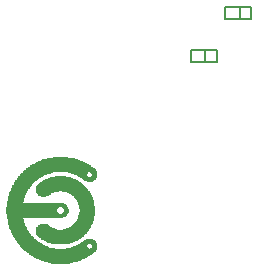
<source format=gbo>
G04 Layer_Color=32896*
%FSLAX44Y44*%
%MOMM*%
G71*
G01*
G75*
%ADD24C,0.2000*%
%ADD37C,0.0508*%
D24*
X493500Y498250D02*
Y507250D01*
X481000Y498250D02*
Y508250D01*
Y498250D02*
X503000D01*
Y508250D01*
X481000D02*
X503000D01*
X464250Y462250D02*
Y471250D01*
X451750Y462250D02*
Y472250D01*
Y462250D02*
X473750D01*
Y472250D01*
X451750D02*
X473750D01*
D37*
X334896Y381446D02*
X347088D01*
X331848Y380938D02*
X350136D01*
X329816Y380430D02*
X352676D01*
X327784Y379922D02*
X354200D01*
X326260Y379414D02*
X355724D01*
X325244Y378906D02*
X357248D01*
X323720Y378398D02*
X358772D01*
X322704Y377890D02*
X359788D01*
X321688Y377382D02*
X360804D01*
X320672Y376874D02*
X361820D01*
X319656Y376366D02*
X362836D01*
X318640Y375858D02*
X363852D01*
X317624Y375350D02*
X364868D01*
X317116Y374842D02*
X365376D01*
X316100Y374334D02*
X366392D01*
X315592Y373826D02*
X366900D01*
X314576Y373318D02*
X367916D01*
X314068Y372810D02*
X368424D01*
X313560Y372302D02*
X368932D01*
X312544Y371794D02*
X369948D01*
X312036Y371286D02*
X370456D01*
X311528Y370778D02*
X370456D01*
X311020Y370270D02*
X370964D01*
X310512Y369762D02*
X371472D01*
X310004Y369254D02*
X337436D01*
X345056D02*
X371472D01*
X309496Y368746D02*
X334388D01*
X348104D02*
X364360D01*
X366900D02*
X371472D01*
X308988Y368238D02*
X332356D01*
X350136D02*
X363852D01*
X367408D02*
X371980D01*
X308480Y367730D02*
X330832D01*
X351660D02*
X363344D01*
X367916D02*
X371980D01*
X307972Y367222D02*
X329308D01*
X353184D02*
X363344D01*
X367916D02*
X371980D01*
X307464Y366714D02*
X328292D01*
X354200D02*
X363344D01*
X367916D02*
X371980D01*
X306956Y366206D02*
X326768D01*
X355216D02*
X363344D01*
X367916D02*
X371980D01*
X306448Y365698D02*
X325752D01*
X356232D02*
X363852D01*
X367916D02*
X371980D01*
X305940Y365190D02*
X325244D01*
X336928D02*
X345056D01*
X357248D02*
X363852D01*
X367408D02*
X371472D01*
X305940Y364682D02*
X324228D01*
X334388D02*
X348104D01*
X358264D02*
X364868D01*
X366900D02*
X371472D01*
X305432Y364174D02*
X323212D01*
X332356D02*
X349628D01*
X358772D02*
X371472D01*
X304924Y363666D02*
X322704D01*
X330832D02*
X351152D01*
X359788D02*
X370964D01*
X304416Y363158D02*
X321688D01*
X329816D02*
X352676D01*
X360296D02*
X370456D01*
X304416Y362650D02*
X321180D01*
X328800D02*
X353692D01*
X361312D02*
X370456D01*
X303908Y362142D02*
X320672D01*
X327784D02*
X354708D01*
X361820D02*
X369440D01*
X303400Y361634D02*
X320164D01*
X326768D02*
X355724D01*
X362328D02*
X368932D01*
X303400Y361126D02*
X319148D01*
X325752D02*
X356232D01*
X363852D02*
X367916D01*
X302892Y360618D02*
X318640D01*
X325244D02*
X357248D01*
X302384Y360110D02*
X318132D01*
X324228D02*
X357756D01*
X302384Y359602D02*
X317624D01*
X323720D02*
X358772D01*
X301876Y359094D02*
X317116D01*
X323212D02*
X359280D01*
X301876Y358586D02*
X316608D01*
X322196D02*
X359788D01*
X301368Y358078D02*
X316608D01*
X322196D02*
X360296D01*
X300860Y357570D02*
X316100D01*
X321688D02*
X360804D01*
X300860Y357062D02*
X315592D01*
X321180D02*
X361312D01*
X300352Y356554D02*
X315084D01*
X321180D02*
X361820D01*
X300352Y356046D02*
X314576D01*
X321180D02*
X362328D01*
X299844Y355538D02*
X314576D01*
X320672D02*
X362836D01*
X299844Y355030D02*
X314068D01*
X320672D02*
X363344D01*
X299844Y354522D02*
X313560D01*
X320672D02*
X363852D01*
X299336Y354014D02*
X313560D01*
X320672D02*
X364360D01*
X299336Y353506D02*
X313052D01*
X320672D02*
X364360D01*
X298828Y352998D02*
X312544D01*
X320672D02*
X339468D01*
X343024D02*
X364868D01*
X298828Y352490D02*
X312544D01*
X321180D02*
X336928D01*
X345564D02*
X365376D01*
X298828Y351982D02*
X312036D01*
X321180D02*
X335404D01*
X347088D02*
X365376D01*
X298320Y351474D02*
X312036D01*
X321180D02*
X333880D01*
X348104D02*
X365884D01*
X298320Y350966D02*
X311528D01*
X321688D02*
X332864D01*
X349120D02*
X366392D01*
X298320Y350458D02*
X311528D01*
X322196D02*
X332356D01*
X350136D02*
X366392D01*
X297812Y349950D02*
X311020D01*
X322196D02*
X331340D01*
X350644D02*
X366900D01*
X297812Y349442D02*
X311020D01*
X322704D02*
X330832D01*
X351152D02*
X366900D01*
X297812Y348934D02*
X311020D01*
X323720D02*
X330324D01*
X352168D02*
X367408D01*
X297304Y348426D02*
X310512D01*
X324736D02*
X328800D01*
X352676D02*
X367408D01*
X297304Y347918D02*
X310512D01*
X353184D02*
X367916D01*
X297304Y347410D02*
X310004D01*
X353692D02*
X367916D01*
X297304Y346902D02*
X310004D01*
X353692D02*
X367916D01*
X296796Y346394D02*
X310004D01*
X354200D02*
X368424D01*
X296796Y345886D02*
X309496D01*
X354708D02*
X368424D01*
X296796Y345378D02*
X309496D01*
X355216D02*
X368424D01*
X296796Y344870D02*
X309496D01*
X355216D02*
X368932D01*
X296796Y344362D02*
X309496D01*
X355724D02*
X368932D01*
X296288Y343854D02*
X308988D01*
X355724D02*
X368932D01*
X296288Y343346D02*
X308988D01*
X356232D02*
X369440D01*
X296288Y342838D02*
X342008D01*
X356232D02*
X369440D01*
X296288Y342330D02*
X344040D01*
X356740D02*
X369440D01*
X296288Y341822D02*
X345056D01*
X356740D02*
X369440D01*
X296288Y341314D02*
X345564D01*
X356740D02*
X369440D01*
X296288Y340806D02*
X346072D01*
X357248D02*
X369440D01*
X296288Y340298D02*
X346580D01*
X357248D02*
X369948D01*
X296288Y339790D02*
X339976D01*
X342008D02*
X346580D01*
X357248D02*
X369948D01*
X296288Y339282D02*
X339468D01*
X343024D02*
X347088D01*
X357248D02*
X369948D01*
X295780Y338774D02*
X338452D01*
X343532D02*
X347088D01*
X357248D02*
X369948D01*
X295780Y338266D02*
X338452D01*
X344040D02*
X347088D01*
X357248D02*
X369948D01*
X295780Y337758D02*
X337944D01*
X344548D02*
X347596D01*
X357756D02*
X369948D01*
X295780Y337250D02*
X337944D01*
X344548D02*
X347596D01*
X357756D02*
X369948D01*
X295780Y336742D02*
X337944D01*
X344548D02*
X347596D01*
X357756D02*
X369948D01*
X295780Y336234D02*
X337944D01*
X344548D02*
X347596D01*
X357756D02*
X369948D01*
X295780Y335726D02*
X337944D01*
X344548D02*
X347596D01*
X357756D02*
X369948D01*
X295780Y335218D02*
X338452D01*
X344040D02*
X347596D01*
X357756D02*
X369948D01*
X295780Y334710D02*
X338452D01*
X344040D02*
X347088D01*
X357248D02*
X369948D01*
X295780Y334202D02*
X338960D01*
X343532D02*
X347088D01*
X357248D02*
X369948D01*
X296288Y333694D02*
X339468D01*
X342516D02*
X346580D01*
X357248D02*
X369948D01*
X296288Y333186D02*
X346580D01*
X357248D02*
X369948D01*
X296288Y332678D02*
X346072D01*
X357248D02*
X369948D01*
X296288Y332170D02*
X345564D01*
X356740D02*
X369440D01*
X296288Y331662D02*
X345056D01*
X356740D02*
X369440D01*
X296288Y331154D02*
X344040D01*
X356740D02*
X369440D01*
X296288Y330646D02*
X342516D01*
X356232D02*
X369440D01*
X296288Y330138D02*
X308988D01*
X356232D02*
X369440D01*
X296288Y329630D02*
X308988D01*
X356232D02*
X368932D01*
X296796Y329122D02*
X308988D01*
X355724D02*
X368932D01*
X296796Y328614D02*
X309496D01*
X355216D02*
X368932D01*
X296796Y328106D02*
X309496D01*
X355216D02*
X368932D01*
X296796Y327598D02*
X309496D01*
X354708D02*
X368424D01*
X296796Y327090D02*
X310004D01*
X354708D02*
X368424D01*
X297304Y326582D02*
X310004D01*
X354200D02*
X368424D01*
X297304Y326074D02*
X310004D01*
X353692D02*
X367916D01*
X297304Y325566D02*
X310512D01*
X353184D02*
X367916D01*
X297304Y325058D02*
X310512D01*
X325244D02*
X328292D01*
X352676D02*
X367408D01*
X297812Y324550D02*
X310512D01*
X324228D02*
X329816D01*
X352168D02*
X367408D01*
X297812Y324042D02*
X311020D01*
X323212D02*
X330324D01*
X351660D02*
X366900D01*
X297812Y323534D02*
X311020D01*
X322704D02*
X331340D01*
X351152D02*
X366900D01*
X297812Y323026D02*
X311528D01*
X322196D02*
X331848D01*
X350136D02*
X366392D01*
X298320Y322518D02*
X311528D01*
X321688D02*
X332864D01*
X349628D02*
X366392D01*
X298320Y322010D02*
X312036D01*
X321180D02*
X333880D01*
X348612D02*
X365884D01*
X298320Y321502D02*
X312036D01*
X321180D02*
X334896D01*
X347596D02*
X365884D01*
X298828Y320994D02*
X312544D01*
X321180D02*
X335912D01*
X346072D02*
X365376D01*
X298828Y320486D02*
X312544D01*
X320672D02*
X337944D01*
X344040D02*
X364868D01*
X299336Y319978D02*
X313052D01*
X320672D02*
X364868D01*
X299336Y319470D02*
X313052D01*
X320672D02*
X364360D01*
X299336Y318962D02*
X313560D01*
X320672D02*
X363852D01*
X299844Y318454D02*
X314068D01*
X320672D02*
X363344D01*
X299844Y317946D02*
X314068D01*
X320672D02*
X363344D01*
X300352Y317438D02*
X314576D01*
X320672D02*
X362836D01*
X300352Y316930D02*
X315084D01*
X321180D02*
X362328D01*
X300860Y316422D02*
X315592D01*
X321180D02*
X361820D01*
X300860Y315914D02*
X315592D01*
X321688D02*
X361312D01*
X301368Y315406D02*
X316100D01*
X321688D02*
X360804D01*
X301368Y314898D02*
X316608D01*
X322196D02*
X360296D01*
X301876Y314390D02*
X317116D01*
X322704D02*
X359280D01*
X301876Y313882D02*
X317624D01*
X323212D02*
X358772D01*
X302384Y313374D02*
X318132D01*
X324228D02*
X358264D01*
X302892Y312866D02*
X318640D01*
X324736D02*
X357756D01*
X302892Y312358D02*
X319148D01*
X325244D02*
X356740D01*
X364360D02*
X366900D01*
X303400Y311850D02*
X319656D01*
X326260D02*
X355724D01*
X362836D02*
X368424D01*
X303908Y311342D02*
X320164D01*
X327276D02*
X355216D01*
X362328D02*
X369440D01*
X303908Y310834D02*
X321180D01*
X328292D02*
X354200D01*
X361312D02*
X369948D01*
X304416Y310326D02*
X321688D01*
X329308D02*
X353184D01*
X360804D02*
X370456D01*
X304924Y309818D02*
X322196D01*
X330324D02*
X351660D01*
X360296D02*
X370964D01*
X304924Y309310D02*
X323212D01*
X331848D02*
X350644D01*
X359280D02*
X370964D01*
X305432Y308802D02*
X323720D01*
X333372D02*
X348612D01*
X358772D02*
X371472D01*
X305940Y308294D02*
X324736D01*
X335912D02*
X346580D01*
X357756D02*
X364360D01*
X366900D02*
X371472D01*
X306448Y307786D02*
X325752D01*
X356740D02*
X363852D01*
X367408D02*
X371980D01*
X306956Y307278D02*
X326768D01*
X355724D02*
X363344D01*
X367916D02*
X371980D01*
X307464Y306770D02*
X327784D01*
X354708D02*
X363344D01*
X367916D02*
X371980D01*
X307464Y306262D02*
X328800D01*
X353692D02*
X363344D01*
X367916D02*
X371980D01*
X307972Y305754D02*
X329816D01*
X352168D02*
X363344D01*
X367916D02*
X371980D01*
X308480Y305246D02*
X331340D01*
X350644D02*
X363852D01*
X367916D02*
X371980D01*
X308988Y304738D02*
X333372D01*
X349120D02*
X363852D01*
X367408D02*
X371980D01*
X309496Y304230D02*
X335912D01*
X346580D02*
X364868D01*
X366900D02*
X371472D01*
X310004Y303722D02*
X371472D01*
X310512Y303214D02*
X370964D01*
X311020Y302706D02*
X370964D01*
X312036Y302198D02*
X370456D01*
X312544Y301690D02*
X369948D01*
X313052Y301182D02*
X369440D01*
X313560Y300674D02*
X368424D01*
X314576Y300166D02*
X367916D01*
X315084Y299658D02*
X367408D01*
X315592Y299150D02*
X366392D01*
X316608Y298642D02*
X365884D01*
X317624Y298134D02*
X364868D01*
X318132Y297626D02*
X364360D01*
X319148Y297118D02*
X363344D01*
X320164Y296610D02*
X362328D01*
X321180Y296102D02*
X361312D01*
X322196Y295594D02*
X360296D01*
X323212Y295086D02*
X359280D01*
X324736Y294578D02*
X357756D01*
X325752Y294070D02*
X356740D01*
X327276Y293562D02*
X355216D01*
X328800Y293054D02*
X353184D01*
X330832Y292546D02*
X351152D01*
X333880Y292038D02*
X348612D01*
X337944Y291530D02*
X344548D01*
M02*

</source>
